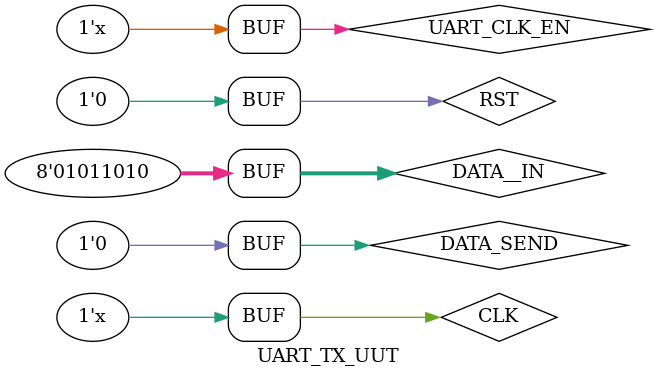
<source format=v>
`timescale 1ns / 1ps

module UART_TX_UUT();

parameter PARITY_BIT=0;
reg CLK,RST,UART_CLK_EN,DATA_SEND;
reg [7:0]DATA__IN;
wire BUSY,UART_TXD;
wire [3:0] STATE;

UART_TX uut (.CLK(CLK),.RST(RST),.UART_CLK_EN(UART_CLK_EN),.UART_TXD(UART_TXD),.DATA__IN(DATA__IN),.DATA_SEND(DATA_SEND),.BUSY(BUSY),.STATE(STATE));
defparam uut.PARITY_BIT = PARITY_BIT;  
initial
begin
    CLK=0;
    RST=0;
    UART_CLK_EN=0;
    DATA_SEND=0;
    DATA__IN=8'b01011010;
end

always  
    #0.5 CLK = ~CLK;
always
    #1 UART_CLK_EN = ~UART_CLK_EN;

initial
begin   
    DATA_SEND=1;
    #320 DATA_SEND=0;
end

endmodule

</source>
